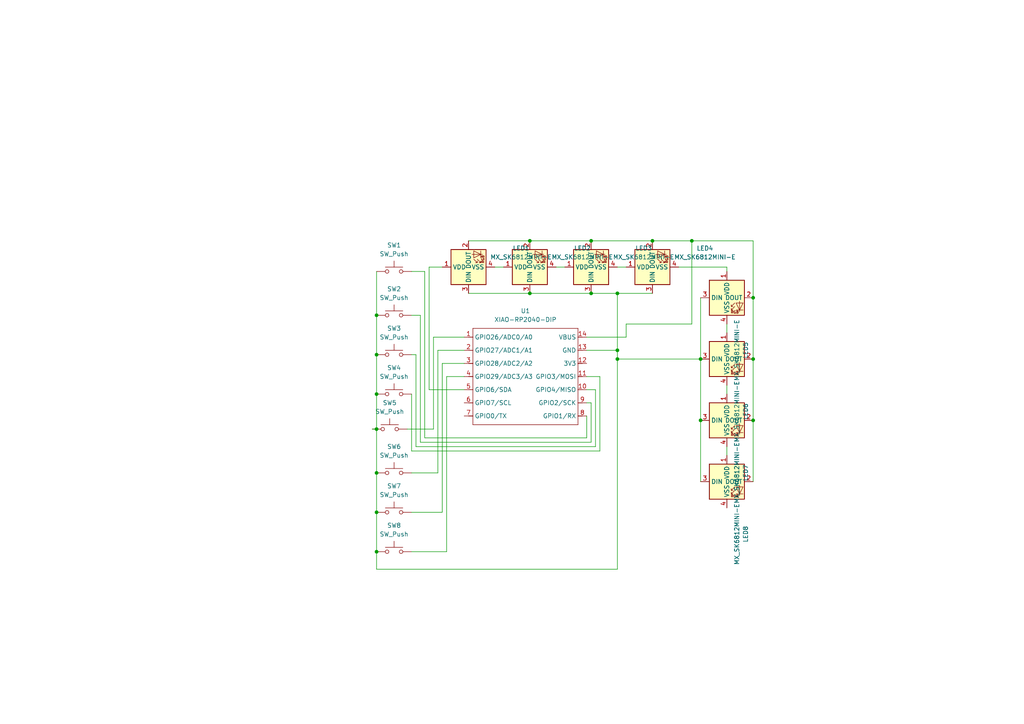
<source format=kicad_sch>
(kicad_sch
	(version 20250114)
	(generator "eeschema")
	(generator_version "9.0")
	(uuid "0a5b438b-848d-4cec-96f2-95cf0d46c7e4")
	(paper "A4")
	(lib_symbols
		(symbol "Seeed_Studio_XIAO_Series:XIAO-RP2040-DIP"
			(exclude_from_sim no)
			(in_bom yes)
			(on_board yes)
			(property "Reference" "U"
				(at 0 0 0)
				(effects
					(font
						(size 1.27 1.27)
					)
				)
			)
			(property "Value" "XIAO-RP2040-DIP"
				(at 5.334 -1.778 0)
				(effects
					(font
						(size 1.27 1.27)
					)
				)
			)
			(property "Footprint" "Module:MOUDLE14P-XIAO-DIP-SMD"
				(at 14.478 -32.258 0)
				(effects
					(font
						(size 1.27 1.27)
					)
					(hide yes)
				)
			)
			(property "Datasheet" ""
				(at 0 0 0)
				(effects
					(font
						(size 1.27 1.27)
					)
					(hide yes)
				)
			)
			(property "Description" ""
				(at 0 0 0)
				(effects
					(font
						(size 1.27 1.27)
					)
					(hide yes)
				)
			)
			(symbol "XIAO-RP2040-DIP_1_0"
				(polyline
					(pts
						(xy -1.27 -2.54) (xy 29.21 -2.54)
					)
					(stroke
						(width 0.1524)
						(type solid)
					)
					(fill
						(type none)
					)
				)
				(polyline
					(pts
						(xy -1.27 -5.08) (xy -2.54 -5.08)
					)
					(stroke
						(width 0.1524)
						(type solid)
					)
					(fill
						(type none)
					)
				)
				(polyline
					(pts
						(xy -1.27 -5.08) (xy -1.27 -2.54)
					)
					(stroke
						(width 0.1524)
						(type solid)
					)
					(fill
						(type none)
					)
				)
				(polyline
					(pts
						(xy -1.27 -8.89) (xy -2.54 -8.89)
					)
					(stroke
						(width 0.1524)
						(type solid)
					)
					(fill
						(type none)
					)
				)
				(polyline
					(pts
						(xy -1.27 -8.89) (xy -1.27 -5.08)
					)
					(stroke
						(width 0.1524)
						(type solid)
					)
					(fill
						(type none)
					)
				)
				(polyline
					(pts
						(xy -1.27 -12.7) (xy -2.54 -12.7)
					)
					(stroke
						(width 0.1524)
						(type solid)
					)
					(fill
						(type none)
					)
				)
				(polyline
					(pts
						(xy -1.27 -12.7) (xy -1.27 -8.89)
					)
					(stroke
						(width 0.1524)
						(type solid)
					)
					(fill
						(type none)
					)
				)
				(polyline
					(pts
						(xy -1.27 -16.51) (xy -2.54 -16.51)
					)
					(stroke
						(width 0.1524)
						(type solid)
					)
					(fill
						(type none)
					)
				)
				(polyline
					(pts
						(xy -1.27 -16.51) (xy -1.27 -12.7)
					)
					(stroke
						(width 0.1524)
						(type solid)
					)
					(fill
						(type none)
					)
				)
				(polyline
					(pts
						(xy -1.27 -20.32) (xy -2.54 -20.32)
					)
					(stroke
						(width 0.1524)
						(type solid)
					)
					(fill
						(type none)
					)
				)
				(polyline
					(pts
						(xy -1.27 -24.13) (xy -2.54 -24.13)
					)
					(stroke
						(width 0.1524)
						(type solid)
					)
					(fill
						(type none)
					)
				)
				(polyline
					(pts
						(xy -1.27 -27.94) (xy -2.54 -27.94)
					)
					(stroke
						(width 0.1524)
						(type solid)
					)
					(fill
						(type none)
					)
				)
				(polyline
					(pts
						(xy -1.27 -30.48) (xy -1.27 -16.51)
					)
					(stroke
						(width 0.1524)
						(type solid)
					)
					(fill
						(type none)
					)
				)
				(polyline
					(pts
						(xy 29.21 -2.54) (xy 29.21 -5.08)
					)
					(stroke
						(width 0.1524)
						(type solid)
					)
					(fill
						(type none)
					)
				)
				(polyline
					(pts
						(xy 29.21 -5.08) (xy 29.21 -8.89)
					)
					(stroke
						(width 0.1524)
						(type solid)
					)
					(fill
						(type none)
					)
				)
				(polyline
					(pts
						(xy 29.21 -8.89) (xy 29.21 -12.7)
					)
					(stroke
						(width 0.1524)
						(type solid)
					)
					(fill
						(type none)
					)
				)
				(polyline
					(pts
						(xy 29.21 -12.7) (xy 29.21 -30.48)
					)
					(stroke
						(width 0.1524)
						(type solid)
					)
					(fill
						(type none)
					)
				)
				(polyline
					(pts
						(xy 29.21 -30.48) (xy -1.27 -30.48)
					)
					(stroke
						(width 0.1524)
						(type solid)
					)
					(fill
						(type none)
					)
				)
				(polyline
					(pts
						(xy 30.48 -5.08) (xy 29.21 -5.08)
					)
					(stroke
						(width 0.1524)
						(type solid)
					)
					(fill
						(type none)
					)
				)
				(polyline
					(pts
						(xy 30.48 -8.89) (xy 29.21 -8.89)
					)
					(stroke
						(width 0.1524)
						(type solid)
					)
					(fill
						(type none)
					)
				)
				(polyline
					(pts
						(xy 30.48 -12.7) (xy 29.21 -12.7)
					)
					(stroke
						(width 0.1524)
						(type solid)
					)
					(fill
						(type none)
					)
				)
				(polyline
					(pts
						(xy 30.48 -16.51) (xy 29.21 -16.51)
					)
					(stroke
						(width 0.1524)
						(type solid)
					)
					(fill
						(type none)
					)
				)
				(polyline
					(pts
						(xy 30.48 -20.32) (xy 29.21 -20.32)
					)
					(stroke
						(width 0.1524)
						(type solid)
					)
					(fill
						(type none)
					)
				)
				(polyline
					(pts
						(xy 30.48 -24.13) (xy 29.21 -24.13)
					)
					(stroke
						(width 0.1524)
						(type solid)
					)
					(fill
						(type none)
					)
				)
				(polyline
					(pts
						(xy 30.48 -27.94) (xy 29.21 -27.94)
					)
					(stroke
						(width 0.1524)
						(type solid)
					)
					(fill
						(type none)
					)
				)
				(pin passive line
					(at -3.81 -5.08 0)
					(length 2.54)
					(name "GPIO26/ADC0/A0"
						(effects
							(font
								(size 1.27 1.27)
							)
						)
					)
					(number "1"
						(effects
							(font
								(size 1.27 1.27)
							)
						)
					)
				)
				(pin passive line
					(at -3.81 -8.89 0)
					(length 2.54)
					(name "GPIO27/ADC1/A1"
						(effects
							(font
								(size 1.27 1.27)
							)
						)
					)
					(number "2"
						(effects
							(font
								(size 1.27 1.27)
							)
						)
					)
				)
				(pin passive line
					(at -3.81 -12.7 0)
					(length 2.54)
					(name "GPIO28/ADC2/A2"
						(effects
							(font
								(size 1.27 1.27)
							)
						)
					)
					(number "3"
						(effects
							(font
								(size 1.27 1.27)
							)
						)
					)
				)
				(pin passive line
					(at -3.81 -16.51 0)
					(length 2.54)
					(name "GPIO29/ADC3/A3"
						(effects
							(font
								(size 1.27 1.27)
							)
						)
					)
					(number "4"
						(effects
							(font
								(size 1.27 1.27)
							)
						)
					)
				)
				(pin passive line
					(at -3.81 -20.32 0)
					(length 2.54)
					(name "GPIO6/SDA"
						(effects
							(font
								(size 1.27 1.27)
							)
						)
					)
					(number "5"
						(effects
							(font
								(size 1.27 1.27)
							)
						)
					)
				)
				(pin passive line
					(at -3.81 -24.13 0)
					(length 2.54)
					(name "GPIO7/SCL"
						(effects
							(font
								(size 1.27 1.27)
							)
						)
					)
					(number "6"
						(effects
							(font
								(size 1.27 1.27)
							)
						)
					)
				)
				(pin passive line
					(at -3.81 -27.94 0)
					(length 2.54)
					(name "GPIO0/TX"
						(effects
							(font
								(size 1.27 1.27)
							)
						)
					)
					(number "7"
						(effects
							(font
								(size 1.27 1.27)
							)
						)
					)
				)
				(pin passive line
					(at 31.75 -5.08 180)
					(length 2.54)
					(name "VBUS"
						(effects
							(font
								(size 1.27 1.27)
							)
						)
					)
					(number "14"
						(effects
							(font
								(size 1.27 1.27)
							)
						)
					)
				)
				(pin passive line
					(at 31.75 -8.89 180)
					(length 2.54)
					(name "GND"
						(effects
							(font
								(size 1.27 1.27)
							)
						)
					)
					(number "13"
						(effects
							(font
								(size 1.27 1.27)
							)
						)
					)
				)
				(pin passive line
					(at 31.75 -12.7 180)
					(length 2.54)
					(name "3V3"
						(effects
							(font
								(size 1.27 1.27)
							)
						)
					)
					(number "12"
						(effects
							(font
								(size 1.27 1.27)
							)
						)
					)
				)
				(pin passive line
					(at 31.75 -16.51 180)
					(length 2.54)
					(name "GPIO3/MOSI"
						(effects
							(font
								(size 1.27 1.27)
							)
						)
					)
					(number "11"
						(effects
							(font
								(size 1.27 1.27)
							)
						)
					)
				)
				(pin passive line
					(at 31.75 -20.32 180)
					(length 2.54)
					(name "GPIO4/MISO"
						(effects
							(font
								(size 1.27 1.27)
							)
						)
					)
					(number "10"
						(effects
							(font
								(size 1.27 1.27)
							)
						)
					)
				)
				(pin passive line
					(at 31.75 -24.13 180)
					(length 2.54)
					(name "GPIO2/SCK"
						(effects
							(font
								(size 1.27 1.27)
							)
						)
					)
					(number "9"
						(effects
							(font
								(size 1.27 1.27)
							)
						)
					)
				)
				(pin passive line
					(at 31.75 -27.94 180)
					(length 2.54)
					(name "GPIO1/RX"
						(effects
							(font
								(size 1.27 1.27)
							)
						)
					)
					(number "8"
						(effects
							(font
								(size 1.27 1.27)
							)
						)
					)
				)
			)
			(embedded_fonts no)
		)
		(symbol "Switch:SW_Push"
			(pin_numbers
				(hide yes)
			)
			(pin_names
				(offset 1.016)
				(hide yes)
			)
			(exclude_from_sim no)
			(in_bom yes)
			(on_board yes)
			(property "Reference" "SW"
				(at 1.27 2.54 0)
				(effects
					(font
						(size 1.27 1.27)
					)
					(justify left)
				)
			)
			(property "Value" "SW_Push"
				(at 0 -1.524 0)
				(effects
					(font
						(size 1.27 1.27)
					)
				)
			)
			(property "Footprint" ""
				(at 0 5.08 0)
				(effects
					(font
						(size 1.27 1.27)
					)
					(hide yes)
				)
			)
			(property "Datasheet" "~"
				(at 0 5.08 0)
				(effects
					(font
						(size 1.27 1.27)
					)
					(hide yes)
				)
			)
			(property "Description" "Push button switch, generic, two pins"
				(at 0 0 0)
				(effects
					(font
						(size 1.27 1.27)
					)
					(hide yes)
				)
			)
			(property "ki_keywords" "switch normally-open pushbutton push-button"
				(at 0 0 0)
				(effects
					(font
						(size 1.27 1.27)
					)
					(hide yes)
				)
			)
			(symbol "SW_Push_0_1"
				(circle
					(center -2.032 0)
					(radius 0.508)
					(stroke
						(width 0)
						(type default)
					)
					(fill
						(type none)
					)
				)
				(polyline
					(pts
						(xy 0 1.27) (xy 0 3.048)
					)
					(stroke
						(width 0)
						(type default)
					)
					(fill
						(type none)
					)
				)
				(circle
					(center 2.032 0)
					(radius 0.508)
					(stroke
						(width 0)
						(type default)
					)
					(fill
						(type none)
					)
				)
				(polyline
					(pts
						(xy 2.54 1.27) (xy -2.54 1.27)
					)
					(stroke
						(width 0)
						(type default)
					)
					(fill
						(type none)
					)
				)
				(pin passive line
					(at -5.08 0 0)
					(length 2.54)
					(name "1"
						(effects
							(font
								(size 1.27 1.27)
							)
						)
					)
					(number "1"
						(effects
							(font
								(size 1.27 1.27)
							)
						)
					)
				)
				(pin passive line
					(at 5.08 0 180)
					(length 2.54)
					(name "2"
						(effects
							(font
								(size 1.27 1.27)
							)
						)
					)
					(number "2"
						(effects
							(font
								(size 1.27 1.27)
							)
						)
					)
				)
			)
			(embedded_fonts no)
		)
		(symbol "marbastlib-mx:MX_SK6812MINI-E"
			(exclude_from_sim no)
			(in_bom yes)
			(on_board yes)
			(property "Reference" "LED"
				(at 3.175 6.35 0)
				(effects
					(font
						(size 1.27 1.27)
					)
				)
			)
			(property "Value" "MX_SK6812MINI-E"
				(at 10.16 -6.985 0)
				(effects
					(font
						(size 1.27 1.27)
					)
				)
			)
			(property "Footprint" "PCM_marbastlib-mx:LED_MX_6028R"
				(at 0 0 0)
				(effects
					(font
						(size 1.27 1.27)
					)
					(hide yes)
				)
			)
			(property "Datasheet" ""
				(at 0 0 0)
				(effects
					(font
						(size 1.27 1.27)
					)
					(hide yes)
				)
			)
			(property "Description" "Reverse mount adressable LED (WS2812 protocol)"
				(at 0 0 0)
				(effects
					(font
						(size 1.27 1.27)
					)
					(hide yes)
				)
			)
			(property "ki_keywords" "reverse mount led revmount rgb"
				(at 0 0 0)
				(effects
					(font
						(size 1.27 1.27)
					)
					(hide yes)
				)
			)
			(symbol "MX_SK6812MINI-E_0_0"
				(text "RGB"
					(at 2.286 -4.191 0)
					(effects
						(font
							(size 0.762 0.762)
						)
					)
				)
			)
			(symbol "MX_SK6812MINI-E_0_1"
				(rectangle
					(start -5.08 5.08)
					(end 5.08 -5.08)
					(stroke
						(width 0.254)
						(type default)
					)
					(fill
						(type background)
					)
				)
				(polyline
					(pts
						(xy 1.27 -2.54) (xy 1.778 -2.54)
					)
					(stroke
						(width 0)
						(type default)
					)
					(fill
						(type none)
					)
				)
				(polyline
					(pts
						(xy 1.27 -3.556) (xy 1.778 -3.556)
					)
					(stroke
						(width 0)
						(type default)
					)
					(fill
						(type none)
					)
				)
				(polyline
					(pts
						(xy 2.286 -1.524) (xy 1.27 -2.54) (xy 1.27 -2.032)
					)
					(stroke
						(width 0)
						(type default)
					)
					(fill
						(type none)
					)
				)
				(polyline
					(pts
						(xy 2.286 -2.54) (xy 1.27 -3.556) (xy 1.27 -3.048)
					)
					(stroke
						(width 0)
						(type default)
					)
					(fill
						(type none)
					)
				)
				(polyline
					(pts
						(xy 3.683 -1.016) (xy 3.683 -3.556) (xy 3.683 -4.064)
					)
					(stroke
						(width 0)
						(type default)
					)
					(fill
						(type none)
					)
				)
				(polyline
					(pts
						(xy 4.699 -1.524) (xy 2.667 -1.524) (xy 3.683 -3.556) (xy 4.699 -1.524)
					)
					(stroke
						(width 0)
						(type default)
					)
					(fill
						(type none)
					)
				)
				(polyline
					(pts
						(xy 4.699 -3.556) (xy 2.667 -3.556)
					)
					(stroke
						(width 0)
						(type default)
					)
					(fill
						(type none)
					)
				)
			)
			(symbol "MX_SK6812MINI-E_1_1"
				(pin input line
					(at -7.62 0 0)
					(length 2.54)
					(name "DIN"
						(effects
							(font
								(size 1.27 1.27)
							)
						)
					)
					(number "3"
						(effects
							(font
								(size 1.27 1.27)
							)
						)
					)
				)
				(pin power_in line
					(at 0 7.62 270)
					(length 2.54)
					(name "VDD"
						(effects
							(font
								(size 1.27 1.27)
							)
						)
					)
					(number "1"
						(effects
							(font
								(size 1.27 1.27)
							)
						)
					)
				)
				(pin power_in line
					(at 0 -7.62 90)
					(length 2.54)
					(name "VSS"
						(effects
							(font
								(size 1.27 1.27)
							)
						)
					)
					(number "4"
						(effects
							(font
								(size 1.27 1.27)
							)
						)
					)
				)
				(pin output line
					(at 7.62 0 180)
					(length 2.54)
					(name "DOUT"
						(effects
							(font
								(size 1.27 1.27)
							)
						)
					)
					(number "2"
						(effects
							(font
								(size 1.27 1.27)
							)
						)
					)
				)
			)
			(embedded_fonts no)
		)
	)
	(junction
		(at 203.2 104.14)
		(diameter 0)
		(color 0 0 0 0)
		(uuid "03a2d0b4-3496-464a-b51c-10a725fe1897")
	)
	(junction
		(at 179.07 101.6)
		(diameter 0)
		(color 0 0 0 0)
		(uuid "0d4c7d6b-5457-45d8-8713-e16069fee038")
	)
	(junction
		(at 109.22 91.44)
		(diameter 0)
		(color 0 0 0 0)
		(uuid "13c0de7e-2488-4e82-9f51-3b3896af3a44")
	)
	(junction
		(at 109.22 137.16)
		(diameter 0)
		(color 0 0 0 0)
		(uuid "2b590e10-d6cc-417f-92f1-e538768c3111")
	)
	(junction
		(at 218.44 86.36)
		(diameter 0)
		(color 0 0 0 0)
		(uuid "32a7a4c3-a255-410f-b2f9-8bf699881cde")
	)
	(junction
		(at 109.22 102.87)
		(diameter 0)
		(color 0 0 0 0)
		(uuid "3f01e6ca-3d93-4d5f-a47c-923691783e44")
	)
	(junction
		(at 218.44 104.14)
		(diameter 0)
		(color 0 0 0 0)
		(uuid "5377ead1-a34c-4e23-8eb2-5e3adb1004d7")
	)
	(junction
		(at 153.67 85.09)
		(diameter 0)
		(color 0 0 0 0)
		(uuid "5491f8e3-f426-48a3-89f1-f1160119b23a")
	)
	(junction
		(at 189.23 69.85)
		(diameter 0)
		(color 0 0 0 0)
		(uuid "7a680826-9fb3-4114-83f5-92e514a1fd4f")
	)
	(junction
		(at 109.22 148.59)
		(diameter 0)
		(color 0 0 0 0)
		(uuid "7b37fd41-a482-42d8-b00f-eb526a38c8cd")
	)
	(junction
		(at 218.44 121.92)
		(diameter 0)
		(color 0 0 0 0)
		(uuid "883d9b95-e662-4631-a28b-8aa502648fa9")
	)
	(junction
		(at 179.07 104.14)
		(diameter 0)
		(color 0 0 0 0)
		(uuid "8918b765-eaf2-4d2e-947b-172436645ed3")
	)
	(junction
		(at 109.22 124.46)
		(diameter 0)
		(color 0 0 0 0)
		(uuid "917a061b-9d39-443e-8061-924e2bf9caab")
	)
	(junction
		(at 109.22 160.02)
		(diameter 0)
		(color 0 0 0 0)
		(uuid "ad1e5268-4aa1-4194-8f30-a39b5ac60d0e")
	)
	(junction
		(at 153.67 69.85)
		(diameter 0)
		(color 0 0 0 0)
		(uuid "c5b4d0aa-f4c1-403e-a207-61f75612b475")
	)
	(junction
		(at 171.45 69.85)
		(diameter 0)
		(color 0 0 0 0)
		(uuid "d1b40ba0-29e7-4644-b00b-a7d9708e7de5")
	)
	(junction
		(at 171.45 85.09)
		(diameter 0)
		(color 0 0 0 0)
		(uuid "d585d323-efe8-43a6-920e-0e7308796d27")
	)
	(junction
		(at 200.66 69.85)
		(diameter 0)
		(color 0 0 0 0)
		(uuid "e7e58182-3a68-4c7b-b48b-2d0cf15809e0")
	)
	(junction
		(at 179.07 85.09)
		(diameter 0)
		(color 0 0 0 0)
		(uuid "f4f9053f-1f70-4db6-8495-5a06a2a6784e")
	)
	(junction
		(at 109.22 114.3)
		(diameter 0)
		(color 0 0 0 0)
		(uuid "fc6996a4-33ee-43b3-8e2f-cb547f935612")
	)
	(junction
		(at 203.2 121.92)
		(diameter 0)
		(color 0 0 0 0)
		(uuid "fd99c5a4-3a24-43b7-a248-85061002b74d")
	)
	(wire
		(pts
			(xy 179.07 85.09) (xy 179.07 101.6)
		)
		(stroke
			(width 0)
			(type default)
		)
		(uuid "006eed0c-e170-402d-afd7-921d005adb70")
	)
	(wire
		(pts
			(xy 119.38 91.44) (xy 121.92 91.44)
		)
		(stroke
			(width 0)
			(type default)
		)
		(uuid "0648e8bb-4de0-4af9-bf3e-72af348254a2")
	)
	(wire
		(pts
			(xy 218.44 104.14) (xy 218.44 121.92)
		)
		(stroke
			(width 0)
			(type default)
		)
		(uuid "0ef36a1e-1e85-4177-a00c-a7645719b2f6")
	)
	(wire
		(pts
			(xy 128.27 105.41) (xy 134.62 105.41)
		)
		(stroke
			(width 0)
			(type default)
		)
		(uuid "0f38d599-8059-47e4-a306-a754a4b40f9c")
	)
	(wire
		(pts
			(xy 203.2 86.36) (xy 203.2 104.14)
		)
		(stroke
			(width 0)
			(type default)
		)
		(uuid "103bf2f0-4c57-4551-9a6c-7de368701466")
	)
	(wire
		(pts
			(xy 109.22 165.1) (xy 179.07 165.1)
		)
		(stroke
			(width 0)
			(type default)
		)
		(uuid "1457c0bd-f83f-432d-97ca-97acd36a659b")
	)
	(wire
		(pts
			(xy 121.92 91.44) (xy 121.92 128.27)
		)
		(stroke
			(width 0)
			(type default)
		)
		(uuid "19ab0778-76ec-4a1a-836a-a613d16bc39e")
	)
	(wire
		(pts
			(xy 210.82 93.98) (xy 210.82 96.52)
		)
		(stroke
			(width 0)
			(type default)
		)
		(uuid "1fb61d9d-2a8f-4e33-b807-fe61a9073997")
	)
	(wire
		(pts
			(xy 210.82 129.54) (xy 210.82 132.08)
		)
		(stroke
			(width 0)
			(type default)
		)
		(uuid "1ff7716a-3f00-45cf-a2be-374fb09a1855")
	)
	(wire
		(pts
			(xy 171.45 116.84) (xy 170.18 116.84)
		)
		(stroke
			(width 0)
			(type default)
		)
		(uuid "2415edb8-1d77-4679-b94a-03dee6dfcfd6")
	)
	(wire
		(pts
			(xy 109.22 137.16) (xy 109.22 148.59)
		)
		(stroke
			(width 0)
			(type default)
		)
		(uuid "295c06e0-427b-456c-8b40-72dfce8fbbb7")
	)
	(wire
		(pts
			(xy 210.82 111.76) (xy 210.82 114.3)
		)
		(stroke
			(width 0)
			(type default)
		)
		(uuid "2a4f5ea3-7703-4d81-9326-321081cf4a15")
	)
	(wire
		(pts
			(xy 170.18 127) (xy 170.18 120.65)
		)
		(stroke
			(width 0)
			(type default)
		)
		(uuid "2dc34056-9352-4d20-925f-54f32d2798b6")
	)
	(wire
		(pts
			(xy 181.61 93.98) (xy 181.61 97.79)
		)
		(stroke
			(width 0)
			(type default)
		)
		(uuid "3378962f-c7bb-481e-a8de-94e29ebeb4d2")
	)
	(wire
		(pts
			(xy 200.66 69.85) (xy 218.44 69.85)
		)
		(stroke
			(width 0)
			(type default)
		)
		(uuid "35cfe5e1-789b-4597-974b-b8b2bbf6338c")
	)
	(wire
		(pts
			(xy 109.22 148.59) (xy 109.22 160.02)
		)
		(stroke
			(width 0)
			(type default)
		)
		(uuid "360689d2-4ef4-4564-b310-fc669092934a")
	)
	(wire
		(pts
			(xy 119.38 78.74) (xy 123.19 78.74)
		)
		(stroke
			(width 0)
			(type default)
		)
		(uuid "3854e954-e1ed-4381-bb73-bde0a811976f")
	)
	(wire
		(pts
			(xy 172.72 113.03) (xy 170.18 113.03)
		)
		(stroke
			(width 0)
			(type default)
		)
		(uuid "390eaaee-2d52-4883-bc79-7bde52955b95")
	)
	(wire
		(pts
			(xy 161.29 77.47) (xy 163.83 77.47)
		)
		(stroke
			(width 0)
			(type default)
		)
		(uuid "3aba1211-fb2c-493d-8f4f-720cc639ffd8")
	)
	(wire
		(pts
			(xy 181.61 93.98) (xy 200.66 93.98)
		)
		(stroke
			(width 0)
			(type default)
		)
		(uuid "3bf0703a-70c6-43c8-9203-cbc341817606")
	)
	(wire
		(pts
			(xy 109.22 114.3) (xy 109.22 124.46)
		)
		(stroke
			(width 0)
			(type default)
		)
		(uuid "3e14427b-4cf5-4ef3-a606-b12cdea8b6b5")
	)
	(wire
		(pts
			(xy 171.45 128.27) (xy 171.45 116.84)
		)
		(stroke
			(width 0)
			(type default)
		)
		(uuid "3ffa455b-9205-42e2-9e28-1c8116fd5e8e")
	)
	(wire
		(pts
			(xy 109.22 124.46) (xy 109.22 137.16)
		)
		(stroke
			(width 0)
			(type default)
		)
		(uuid "454babde-6f79-49b1-b628-a155af22eac2")
	)
	(wire
		(pts
			(xy 179.07 104.14) (xy 203.2 104.14)
		)
		(stroke
			(width 0)
			(type default)
		)
		(uuid "4b5b7ee5-aad3-4e88-8c6f-506c395499a5")
	)
	(wire
		(pts
			(xy 153.67 85.09) (xy 171.45 85.09)
		)
		(stroke
			(width 0)
			(type default)
		)
		(uuid "4c83a4cc-5c79-4387-a472-d7a6dcbf0236")
	)
	(wire
		(pts
			(xy 120.65 129.54) (xy 172.72 129.54)
		)
		(stroke
			(width 0)
			(type default)
		)
		(uuid "4eadd995-3654-4927-852b-52c919414e2d")
	)
	(wire
		(pts
			(xy 179.07 85.09) (xy 189.23 85.09)
		)
		(stroke
			(width 0)
			(type default)
		)
		(uuid "52c6a7bc-fa7d-4d9d-9baa-f99d71649aea")
	)
	(wire
		(pts
			(xy 123.19 78.74) (xy 123.19 127)
		)
		(stroke
			(width 0)
			(type default)
		)
		(uuid "52e0d68b-9e54-4b5f-aa4a-803cc2fe40e4")
	)
	(wire
		(pts
			(xy 170.18 97.79) (xy 181.61 97.79)
		)
		(stroke
			(width 0)
			(type default)
		)
		(uuid "548519db-2d6e-45a7-b305-3b903e3253bc")
	)
	(wire
		(pts
			(xy 119.38 137.16) (xy 127 137.16)
		)
		(stroke
			(width 0)
			(type default)
		)
		(uuid "56e53f86-0534-45df-8fd0-030007aedef6")
	)
	(wire
		(pts
			(xy 173.99 109.22) (xy 170.18 109.22)
		)
		(stroke
			(width 0)
			(type default)
		)
		(uuid "5f751818-3b7a-4ec8-9e67-aa097f76d79b")
	)
	(wire
		(pts
			(xy 125.73 97.79) (xy 134.62 97.79)
		)
		(stroke
			(width 0)
			(type default)
		)
		(uuid "625d2aec-e921-4a4d-9b6d-1ba39c1e0d54")
	)
	(wire
		(pts
			(xy 179.07 104.14) (xy 179.07 101.6)
		)
		(stroke
			(width 0)
			(type default)
		)
		(uuid "636f4ff3-91f3-40dc-95a3-55696e0bca88")
	)
	(wire
		(pts
			(xy 109.22 102.87) (xy 109.22 114.3)
		)
		(stroke
			(width 0)
			(type default)
		)
		(uuid "6456dc12-6f1d-4327-8ea2-735a42caf43d")
	)
	(wire
		(pts
			(xy 203.2 104.14) (xy 203.2 121.92)
		)
		(stroke
			(width 0)
			(type default)
		)
		(uuid "741585b5-7274-4c8e-966e-ef3a1441cb2b")
	)
	(wire
		(pts
			(xy 143.51 77.47) (xy 146.05 77.47)
		)
		(stroke
			(width 0)
			(type default)
		)
		(uuid "74d47ea8-ddcc-4ff2-8701-89959471047a")
	)
	(wire
		(pts
			(xy 203.2 121.92) (xy 203.2 139.7)
		)
		(stroke
			(width 0)
			(type default)
		)
		(uuid "74eec118-d9b4-41cf-9cd8-6966942040b6")
	)
	(wire
		(pts
			(xy 196.85 77.47) (xy 210.82 77.47)
		)
		(stroke
			(width 0)
			(type default)
		)
		(uuid "793965e8-7f2e-4460-ad8d-426a8904edbf")
	)
	(wire
		(pts
			(xy 129.54 109.22) (xy 134.62 109.22)
		)
		(stroke
			(width 0)
			(type default)
		)
		(uuid "7e0986e9-e5a2-4008-a3ad-d15b38451500")
	)
	(wire
		(pts
			(xy 179.07 77.47) (xy 181.61 77.47)
		)
		(stroke
			(width 0)
			(type default)
		)
		(uuid "84c79e37-379e-4569-afc9-522a570af5c4")
	)
	(wire
		(pts
			(xy 218.44 121.92) (xy 218.44 139.7)
		)
		(stroke
			(width 0)
			(type default)
		)
		(uuid "872bbaed-813a-49bd-8de9-a716638f6459")
	)
	(wire
		(pts
			(xy 173.99 130.81) (xy 173.99 109.22)
		)
		(stroke
			(width 0)
			(type default)
		)
		(uuid "87d53e69-160b-4838-96fd-38635d00f454")
	)
	(wire
		(pts
			(xy 123.19 127) (xy 170.18 127)
		)
		(stroke
			(width 0)
			(type default)
		)
		(uuid "88b91464-c295-47f7-970f-f938a6d5642d")
	)
	(wire
		(pts
			(xy 119.38 148.59) (xy 128.27 148.59)
		)
		(stroke
			(width 0)
			(type default)
		)
		(uuid "8bfb2099-b8cf-4ad9-8c99-c07c430b59bb")
	)
	(wire
		(pts
			(xy 118.11 124.46) (xy 125.73 124.46)
		)
		(stroke
			(width 0)
			(type default)
		)
		(uuid "90517cd8-4e22-47b5-8e99-a048e89d1c1f")
	)
	(wire
		(pts
			(xy 124.46 77.47) (xy 128.27 77.47)
		)
		(stroke
			(width 0)
			(type default)
		)
		(uuid "94cf42c9-c9d0-494b-9f99-2f17501b0a90")
	)
	(wire
		(pts
			(xy 129.54 160.02) (xy 129.54 109.22)
		)
		(stroke
			(width 0)
			(type default)
		)
		(uuid "95142072-a981-4532-b97b-33d7372a89ca")
	)
	(wire
		(pts
			(xy 119.38 102.87) (xy 120.65 102.87)
		)
		(stroke
			(width 0)
			(type default)
		)
		(uuid "97f288a6-1913-40e7-953f-f8b907f90d15")
	)
	(wire
		(pts
			(xy 109.22 78.74) (xy 109.22 91.44)
		)
		(stroke
			(width 0)
			(type default)
		)
		(uuid "98d467c7-e339-46f4-85ec-d5f4e7e78387")
	)
	(wire
		(pts
			(xy 170.18 101.6) (xy 179.07 101.6)
		)
		(stroke
			(width 0)
			(type default)
		)
		(uuid "9aa78605-4c3f-44c7-8323-61f2b9078338")
	)
	(wire
		(pts
			(xy 189.23 69.85) (xy 200.66 69.85)
		)
		(stroke
			(width 0)
			(type default)
		)
		(uuid "9caa72e8-51bb-4bb5-9dc2-079c2d7566b3")
	)
	(wire
		(pts
			(xy 124.46 113.03) (xy 134.62 113.03)
		)
		(stroke
			(width 0)
			(type default)
		)
		(uuid "9e6198e8-35c5-40c3-bfb6-285619442cf3")
	)
	(wire
		(pts
			(xy 127 101.6) (xy 134.62 101.6)
		)
		(stroke
			(width 0)
			(type default)
		)
		(uuid "aaa1a8ca-26a7-42d8-9c59-8de48f57a95d")
	)
	(wire
		(pts
			(xy 128.27 148.59) (xy 128.27 105.41)
		)
		(stroke
			(width 0)
			(type default)
		)
		(uuid "aaa8e178-6df7-41b7-850b-ad3458bad3e8")
	)
	(wire
		(pts
			(xy 109.22 91.44) (xy 109.22 102.87)
		)
		(stroke
			(width 0)
			(type default)
		)
		(uuid "aea3a565-fa37-434a-80f1-0fc77e72a510")
	)
	(wire
		(pts
			(xy 124.46 113.03) (xy 124.46 77.47)
		)
		(stroke
			(width 0)
			(type default)
		)
		(uuid "be5c4f72-64eb-4f6b-baba-da508e982232")
	)
	(wire
		(pts
			(xy 119.38 130.81) (xy 173.99 130.81)
		)
		(stroke
			(width 0)
			(type default)
		)
		(uuid "c2194c0b-09bb-4d91-8e69-f83426c66a55")
	)
	(wire
		(pts
			(xy 125.73 124.46) (xy 125.73 97.79)
		)
		(stroke
			(width 0)
			(type default)
		)
		(uuid "d1bee45f-1452-460b-9e52-713c0dc7050b")
	)
	(wire
		(pts
			(xy 135.89 85.09) (xy 153.67 85.09)
		)
		(stroke
			(width 0)
			(type default)
		)
		(uuid "d251817d-48e7-4e5e-94d7-fce3da807b1e")
	)
	(wire
		(pts
			(xy 218.44 69.85) (xy 218.44 86.36)
		)
		(stroke
			(width 0)
			(type default)
		)
		(uuid "d404f6b8-5125-4421-99c5-2212f700ffec")
	)
	(wire
		(pts
			(xy 153.67 69.85) (xy 171.45 69.85)
		)
		(stroke
			(width 0)
			(type default)
		)
		(uuid "d516d835-7f56-4245-ae89-f70d07a43e18")
	)
	(wire
		(pts
			(xy 172.72 129.54) (xy 172.72 113.03)
		)
		(stroke
			(width 0)
			(type default)
		)
		(uuid "d7529999-5978-420f-8db4-b8463a1678ab")
	)
	(wire
		(pts
			(xy 121.92 128.27) (xy 171.45 128.27)
		)
		(stroke
			(width 0)
			(type default)
		)
		(uuid "de55d705-a3f0-4f30-9d97-07c2ab2e11fc")
	)
	(wire
		(pts
			(xy 109.22 160.02) (xy 109.22 165.1)
		)
		(stroke
			(width 0)
			(type default)
		)
		(uuid "e1abde36-0962-4583-b2eb-560acfbeab84")
	)
	(wire
		(pts
			(xy 127 137.16) (xy 127 101.6)
		)
		(stroke
			(width 0)
			(type default)
		)
		(uuid "e5b862c4-6aaf-40b8-b54f-d8be91740e74")
	)
	(wire
		(pts
			(xy 135.89 69.85) (xy 153.67 69.85)
		)
		(stroke
			(width 0)
			(type default)
		)
		(uuid "e92f0520-6829-4df4-95cf-d324cbf55c83")
	)
	(wire
		(pts
			(xy 171.45 69.85) (xy 189.23 69.85)
		)
		(stroke
			(width 0)
			(type default)
		)
		(uuid "ea1ee1c1-b27f-4ba0-bb0a-f5ae2031a7b5")
	)
	(wire
		(pts
			(xy 218.44 86.36) (xy 218.44 104.14)
		)
		(stroke
			(width 0)
			(type default)
		)
		(uuid "ed98dcc9-866a-41cf-af95-77a5e12cd21e")
	)
	(wire
		(pts
			(xy 179.07 165.1) (xy 179.07 104.14)
		)
		(stroke
			(width 0)
			(type default)
		)
		(uuid "ee88ceda-2381-49a6-9ad1-281717035701")
	)
	(wire
		(pts
			(xy 210.82 77.47) (xy 210.82 78.74)
		)
		(stroke
			(width 0)
			(type default)
		)
		(uuid "f3162549-efb1-4696-afc0-573a2700b8a4")
	)
	(wire
		(pts
			(xy 107.95 124.46) (xy 109.22 124.46)
		)
		(stroke
			(width 0)
			(type default)
		)
		(uuid "f6bd01a9-4a28-4549-8b35-774fe475ad86")
	)
	(wire
		(pts
			(xy 171.45 85.09) (xy 179.07 85.09)
		)
		(stroke
			(width 0)
			(type default)
		)
		(uuid "f7e40cbf-bb5c-4680-9709-1372d60f5e76")
	)
	(wire
		(pts
			(xy 200.66 69.85) (xy 200.66 93.98)
		)
		(stroke
			(width 0)
			(type default)
		)
		(uuid "fa79d094-28cd-4d77-a26e-d27d72bc0637")
	)
	(wire
		(pts
			(xy 120.65 102.87) (xy 120.65 129.54)
		)
		(stroke
			(width 0)
			(type default)
		)
		(uuid "ff228545-80ba-45ee-96ea-eed4219f8dd9")
	)
	(wire
		(pts
			(xy 119.38 160.02) (xy 129.54 160.02)
		)
		(stroke
			(width 0)
			(type default)
		)
		(uuid "ff2fcdee-86b2-4d69-bf27-41f92aed6a1f")
	)
	(wire
		(pts
			(xy 119.38 114.3) (xy 119.38 130.81)
		)
		(stroke
			(width 0)
			(type default)
		)
		(uuid "ff3dddce-d355-4127-94eb-f89abefd899c")
	)
	(symbol
		(lib_id "marbastlib-mx:MX_SK6812MINI-E")
		(at 153.67 77.47 90)
		(unit 1)
		(exclude_from_sim no)
		(in_bom yes)
		(on_board yes)
		(dnp no)
		(fields_autoplaced yes)
		(uuid "0d173aab-1542-4596-801c-d021b1c0adb8")
		(property "Reference" "LED2"
			(at 168.91 72.0246 90)
			(effects
				(font
					(size 1.27 1.27)
				)
			)
		)
		(property "Value" "MX_SK6812MINI-E"
			(at 168.91 74.5646 90)
			(effects
				(font
					(size 1.27 1.27)
				)
			)
		)
		(property "Footprint" "marbastlib-mx:LED_MX_6028R"
			(at 153.67 77.47 0)
			(effects
				(font
					(size 1.27 1.27)
				)
				(hide yes)
			)
		)
		(property "Datasheet" ""
			(at 153.67 77.47 0)
			(effects
				(font
					(size 1.27 1.27)
				)
				(hide yes)
			)
		)
		(property "Description" "Reverse mount adressable LED (WS2812 protocol)"
			(at 153.67 77.47 0)
			(effects
				(font
					(size 1.27 1.27)
				)
				(hide yes)
			)
		)
		(pin "2"
			(uuid "9553373a-80d2-464d-bcfa-bc4a86ae9d2e")
		)
		(pin "4"
			(uuid "1990e49d-17e8-42c4-bbb7-130ef9e0b264")
		)
		(pin "3"
			(uuid "86708e43-114a-4134-bc1b-51cede12346e")
		)
		(pin "1"
			(uuid "9153860f-89a0-4eed-afb6-cee272e3b7b9")
		)
		(instances
			(project ""
				(path "/0a5b438b-848d-4cec-96f2-95cf0d46c7e4"
					(reference "LED2")
					(unit 1)
				)
			)
		)
	)
	(symbol
		(lib_id "Switch:SW_Push")
		(at 114.3 91.44 0)
		(unit 1)
		(exclude_from_sim no)
		(in_bom yes)
		(on_board yes)
		(dnp no)
		(fields_autoplaced yes)
		(uuid "18d229e7-63c9-43e0-b0d5-5e72e6aceff8")
		(property "Reference" "SW2"
			(at 114.3 83.82 0)
			(effects
				(font
					(size 1.27 1.27)
				)
			)
		)
		(property "Value" "SW_Push"
			(at 114.3 86.36 0)
			(effects
				(font
					(size 1.27 1.27)
				)
			)
		)
		(property "Footprint" "Button_Switch_Keyboard:SW_Cherry_MX_1.00u_PCB"
			(at 114.3 86.36 0)
			(effects
				(font
					(size 1.27 1.27)
				)
				(hide yes)
			)
		)
		(property "Datasheet" "~"
			(at 114.3 86.36 0)
			(effects
				(font
					(size 1.27 1.27)
				)
				(hide yes)
			)
		)
		(property "Description" "Push button switch, generic, two pins"
			(at 114.3 91.44 0)
			(effects
				(font
					(size 1.27 1.27)
				)
				(hide yes)
			)
		)
		(pin "1"
			(uuid "e5b22b16-1b48-4ca9-836a-12298ceabb1d")
		)
		(pin "2"
			(uuid "656e2ccc-0a5d-4411-8f45-31561b20743b")
		)
		(instances
			(project ""
				(path "/0a5b438b-848d-4cec-96f2-95cf0d46c7e4"
					(reference "SW2")
					(unit 1)
				)
			)
		)
	)
	(symbol
		(lib_id "Switch:SW_Push")
		(at 114.3 78.74 0)
		(unit 1)
		(exclude_from_sim no)
		(in_bom yes)
		(on_board yes)
		(dnp no)
		(fields_autoplaced yes)
		(uuid "1d6c8832-87cc-46b1-af0e-1b72803237c3")
		(property "Reference" "SW1"
			(at 114.3 71.12 0)
			(effects
				(font
					(size 1.27 1.27)
				)
			)
		)
		(property "Value" "SW_Push"
			(at 114.3 73.66 0)
			(effects
				(font
					(size 1.27 1.27)
				)
			)
		)
		(property "Footprint" "Button_Switch_Keyboard:SW_Cherry_MX_1.00u_PCB"
			(at 114.3 73.66 0)
			(effects
				(font
					(size 1.27 1.27)
				)
				(hide yes)
			)
		)
		(property "Datasheet" "~"
			(at 114.3 73.66 0)
			(effects
				(font
					(size 1.27 1.27)
				)
				(hide yes)
			)
		)
		(property "Description" "Push button switch, generic, two pins"
			(at 114.3 78.74 0)
			(effects
				(font
					(size 1.27 1.27)
				)
				(hide yes)
			)
		)
		(pin "1"
			(uuid "90b54915-3277-45b1-93ac-02149a518f17")
		)
		(pin "2"
			(uuid "95c61daf-1e84-43e1-ad58-c3abd42ba8d2")
		)
		(instances
			(project "macropad"
				(path "/0a5b438b-848d-4cec-96f2-95cf0d46c7e4"
					(reference "SW1")
					(unit 1)
				)
			)
		)
	)
	(symbol
		(lib_id "marbastlib-mx:MX_SK6812MINI-E")
		(at 210.82 121.92 0)
		(unit 1)
		(exclude_from_sim no)
		(in_bom yes)
		(on_board yes)
		(dnp no)
		(fields_autoplaced yes)
		(uuid "24d7f801-b218-4cf7-b2b7-4e17cee1d26b")
		(property "Reference" "LED7"
			(at 216.2654 137.16 90)
			(effects
				(font
					(size 1.27 1.27)
				)
			)
		)
		(property "Value" "MX_SK6812MINI-E"
			(at 213.7254 137.16 90)
			(effects
				(font
					(size 1.27 1.27)
				)
			)
		)
		(property "Footprint" "marbastlib-mx:LED_MX_6028R"
			(at 210.82 121.92 0)
			(effects
				(font
					(size 1.27 1.27)
				)
				(hide yes)
			)
		)
		(property "Datasheet" ""
			(at 210.82 121.92 0)
			(effects
				(font
					(size 1.27 1.27)
				)
				(hide yes)
			)
		)
		(property "Description" "Reverse mount adressable LED (WS2812 protocol)"
			(at 210.82 121.92 0)
			(effects
				(font
					(size 1.27 1.27)
				)
				(hide yes)
			)
		)
		(pin "1"
			(uuid "1b8dc7dd-23b9-4bc9-a1c8-32e04d582a3d")
		)
		(pin "4"
			(uuid "dfc12778-8648-4d43-9d7e-60bc2e587c4b")
		)
		(pin "2"
			(uuid "79c1b5d5-f872-4d11-b0a6-cf6bc69db2b2")
		)
		(pin "3"
			(uuid "679d4f35-c7b6-4e17-83c4-0363162719c9")
		)
		(instances
			(project "macropad"
				(path "/0a5b438b-848d-4cec-96f2-95cf0d46c7e4"
					(reference "LED7")
					(unit 1)
				)
			)
		)
	)
	(symbol
		(lib_id "Switch:SW_Push")
		(at 114.3 137.16 0)
		(unit 1)
		(exclude_from_sim no)
		(in_bom yes)
		(on_board yes)
		(dnp no)
		(fields_autoplaced yes)
		(uuid "26301b48-16c3-4f84-9260-fb9b02931dd4")
		(property "Reference" "SW6"
			(at 114.3 129.54 0)
			(effects
				(font
					(size 1.27 1.27)
				)
			)
		)
		(property "Value" "SW_Push"
			(at 114.3 132.08 0)
			(effects
				(font
					(size 1.27 1.27)
				)
			)
		)
		(property "Footprint" "Button_Switch_Keyboard:SW_Cherry_MX_1.00u_PCB"
			(at 114.3 132.08 0)
			(effects
				(font
					(size 1.27 1.27)
				)
				(hide yes)
			)
		)
		(property "Datasheet" "~"
			(at 114.3 132.08 0)
			(effects
				(font
					(size 1.27 1.27)
				)
				(hide yes)
			)
		)
		(property "Description" "Push button switch, generic, two pins"
			(at 114.3 137.16 0)
			(effects
				(font
					(size 1.27 1.27)
				)
				(hide yes)
			)
		)
		(pin "1"
			(uuid "c78c024e-bb54-4886-880e-ddcbccab3ee6")
		)
		(pin "2"
			(uuid "31e84d56-abde-4a2a-b9b6-803425da73b4")
		)
		(instances
			(project "macropad"
				(path "/0a5b438b-848d-4cec-96f2-95cf0d46c7e4"
					(reference "SW6")
					(unit 1)
				)
			)
		)
	)
	(symbol
		(lib_id "Seeed_Studio_XIAO_Series:XIAO-RP2040-DIP")
		(at 138.43 92.71 0)
		(unit 1)
		(exclude_from_sim no)
		(in_bom yes)
		(on_board yes)
		(dnp no)
		(fields_autoplaced yes)
		(uuid "33a427fe-7d17-48d3-afad-f02e4290b31e")
		(property "Reference" "U1"
			(at 152.4 90.17 0)
			(effects
				(font
					(size 1.27 1.27)
				)
			)
		)
		(property "Value" "XIAO-RP2040-DIP"
			(at 152.4 92.71 0)
			(effects
				(font
					(size 1.27 1.27)
				)
			)
		)
		(property "Footprint" "XIAO_PCB:XIAO-RP2040-DIP"
			(at 152.908 124.968 0)
			(effects
				(font
					(size 1.27 1.27)
				)
				(hide yes)
			)
		)
		(property "Datasheet" ""
			(at 138.43 92.71 0)
			(effects
				(font
					(size 1.27 1.27)
				)
				(hide yes)
			)
		)
		(property "Description" ""
			(at 138.43 92.71 0)
			(effects
				(font
					(size 1.27 1.27)
				)
				(hide yes)
			)
		)
		(pin "9"
			(uuid "115b8906-b596-4716-b53c-ca26e8929bd4")
		)
		(pin "13"
			(uuid "656b47d9-5c9c-4d8a-b1a3-755698fc82d5")
		)
		(pin "12"
			(uuid "75d8a1c3-d2f5-4908-a1b8-509059436b8b")
		)
		(pin "14"
			(uuid "7490c07d-c9e2-40da-bffe-3a65d234965a")
		)
		(pin "2"
			(uuid "daf99fdb-86b2-42e8-9079-d3047b65f692")
		)
		(pin "5"
			(uuid "504ab839-ef0d-48a2-a7ca-bc881f43457b")
		)
		(pin "11"
			(uuid "7b2dfdb4-4c62-417c-a2db-adb65b77b97c")
		)
		(pin "3"
			(uuid "b436782b-5e50-4d0e-bd5d-4972253a3747")
		)
		(pin "4"
			(uuid "f453089c-b95d-427d-bb3e-a2f985522a70")
		)
		(pin "10"
			(uuid "794a45a2-d0d7-4667-aefa-13afc411b9dc")
		)
		(pin "8"
			(uuid "8c7c7113-6002-4fa4-8088-e2df0384b0a3")
		)
		(pin "7"
			(uuid "28436a6e-4b02-4aa4-8284-cae223df3e84")
		)
		(pin "1"
			(uuid "c5f8a00b-b71b-4bb5-9163-607bb08a0c96")
		)
		(pin "6"
			(uuid "d9aa71b8-91d0-4e2e-87a5-0b4edf995461")
		)
		(instances
			(project ""
				(path "/0a5b438b-848d-4cec-96f2-95cf0d46c7e4"
					(reference "U1")
					(unit 1)
				)
			)
		)
	)
	(symbol
		(lib_id "marbastlib-mx:MX_SK6812MINI-E")
		(at 210.82 104.14 0)
		(unit 1)
		(exclude_from_sim no)
		(in_bom yes)
		(on_board yes)
		(dnp no)
		(fields_autoplaced yes)
		(uuid "35553a84-d02f-4472-b2b5-d9a5e9b6ae9e")
		(property "Reference" "LED6"
			(at 216.2654 119.38 90)
			(effects
				(font
					(size 1.27 1.27)
				)
			)
		)
		(property "Value" "MX_SK6812MINI-E"
			(at 213.7254 119.38 90)
			(effects
				(font
					(size 1.27 1.27)
				)
			)
		)
		(property "Footprint" "marbastlib-mx:LED_MX_6028R"
			(at 210.82 104.14 0)
			(effects
				(font
					(size 1.27 1.27)
				)
				(hide yes)
			)
		)
		(property "Datasheet" ""
			(at 210.82 104.14 0)
			(effects
				(font
					(size 1.27 1.27)
				)
				(hide yes)
			)
		)
		(property "Description" "Reverse mount adressable LED (WS2812 protocol)"
			(at 210.82 104.14 0)
			(effects
				(font
					(size 1.27 1.27)
				)
				(hide yes)
			)
		)
		(pin "2"
			(uuid "cd1b7faf-ef71-4b61-ad7c-f4ae00b2d36a")
		)
		(pin "4"
			(uuid "ce7bbc5c-4fa5-4bff-9b8d-4913192df618")
		)
		(pin "3"
			(uuid "4e802db7-c603-4225-9903-8ed1b896de84")
		)
		(pin "1"
			(uuid "406dd882-9adb-41bb-a321-14fed15ccabf")
		)
		(instances
			(project "macropad"
				(path "/0a5b438b-848d-4cec-96f2-95cf0d46c7e4"
					(reference "LED6")
					(unit 1)
				)
			)
		)
	)
	(symbol
		(lib_id "marbastlib-mx:MX_SK6812MINI-E")
		(at 171.45 77.47 90)
		(unit 1)
		(exclude_from_sim no)
		(in_bom yes)
		(on_board yes)
		(dnp no)
		(fields_autoplaced yes)
		(uuid "39b9d23b-4245-4d62-82e3-7b9dfcb56fce")
		(property "Reference" "LED3"
			(at 186.69 72.0246 90)
			(effects
				(font
					(size 1.27 1.27)
				)
			)
		)
		(property "Value" "MX_SK6812MINI-E"
			(at 186.69 74.5646 90)
			(effects
				(font
					(size 1.27 1.27)
				)
			)
		)
		(property "Footprint" "marbastlib-mx:LED_MX_6028R"
			(at 171.45 77.47 0)
			(effects
				(font
					(size 1.27 1.27)
				)
				(hide yes)
			)
		)
		(property "Datasheet" ""
			(at 171.45 77.47 0)
			(effects
				(font
					(size 1.27 1.27)
				)
				(hide yes)
			)
		)
		(property "Description" "Reverse mount adressable LED (WS2812 protocol)"
			(at 171.45 77.47 0)
			(effects
				(font
					(size 1.27 1.27)
				)
				(hide yes)
			)
		)
		(pin "1"
			(uuid "7959161f-cf27-43f6-a3f1-7bffea71fcd5")
		)
		(pin "4"
			(uuid "ed8a78fd-7ff0-4688-9f95-fdb5a790131e")
		)
		(pin "2"
			(uuid "a9868768-201b-4aa8-a790-ca3220507481")
		)
		(pin "3"
			(uuid "12811018-55e9-497d-99dd-645b9dbc0563")
		)
		(instances
			(project ""
				(path "/0a5b438b-848d-4cec-96f2-95cf0d46c7e4"
					(reference "LED3")
					(unit 1)
				)
			)
		)
	)
	(symbol
		(lib_id "Switch:SW_Push")
		(at 114.3 148.59 0)
		(unit 1)
		(exclude_from_sim no)
		(in_bom yes)
		(on_board yes)
		(dnp no)
		(fields_autoplaced yes)
		(uuid "6dee0c69-bb45-4547-a4f4-9f1539fb1d76")
		(property "Reference" "SW7"
			(at 114.3 140.97 0)
			(effects
				(font
					(size 1.27 1.27)
				)
			)
		)
		(property "Value" "SW_Push"
			(at 114.3 143.51 0)
			(effects
				(font
					(size 1.27 1.27)
				)
			)
		)
		(property "Footprint" "Button_Switch_Keyboard:SW_Cherry_MX_1.00u_PCB"
			(at 114.3 143.51 0)
			(effects
				(font
					(size 1.27 1.27)
				)
				(hide yes)
			)
		)
		(property "Datasheet" "~"
			(at 114.3 143.51 0)
			(effects
				(font
					(size 1.27 1.27)
				)
				(hide yes)
			)
		)
		(property "Description" "Push button switch, generic, two pins"
			(at 114.3 148.59 0)
			(effects
				(font
					(size 1.27 1.27)
				)
				(hide yes)
			)
		)
		(pin "1"
			(uuid "6efbd08e-e7b1-47d4-8c57-d2c0a2a7c317")
		)
		(pin "2"
			(uuid "c2ff75ed-a669-4766-a1b8-5ecc8abe990b")
		)
		(instances
			(project "macropad"
				(path "/0a5b438b-848d-4cec-96f2-95cf0d46c7e4"
					(reference "SW7")
					(unit 1)
				)
			)
		)
	)
	(symbol
		(lib_id "marbastlib-mx:MX_SK6812MINI-E")
		(at 210.82 86.36 0)
		(unit 1)
		(exclude_from_sim no)
		(in_bom yes)
		(on_board yes)
		(dnp no)
		(fields_autoplaced yes)
		(uuid "7842ae78-b5f8-4b95-8a0f-8e7e24bb3318")
		(property "Reference" "LED5"
			(at 216.2654 101.6 90)
			(effects
				(font
					(size 1.27 1.27)
				)
			)
		)
		(property "Value" "MX_SK6812MINI-E"
			(at 213.7254 101.6 90)
			(effects
				(font
					(size 1.27 1.27)
				)
			)
		)
		(property "Footprint" "marbastlib-mx:LED_MX_6028R"
			(at 210.82 86.36 0)
			(effects
				(font
					(size 1.27 1.27)
				)
				(hide yes)
			)
		)
		(property "Datasheet" ""
			(at 210.82 86.36 0)
			(effects
				(font
					(size 1.27 1.27)
				)
				(hide yes)
			)
		)
		(property "Description" "Reverse mount adressable LED (WS2812 protocol)"
			(at 210.82 86.36 0)
			(effects
				(font
					(size 1.27 1.27)
				)
				(hide yes)
			)
		)
		(pin "3"
			(uuid "ea33219e-3d6c-4b4d-8b4c-5dd3ad31e554")
		)
		(pin "4"
			(uuid "5eaab6de-105e-4b0d-864c-a2bef2ca7420")
		)
		(pin "1"
			(uuid "835b1727-0c3b-40f6-a773-bfc9a4e9d050")
		)
		(pin "2"
			(uuid "c913cb50-ea9e-4074-96fe-c871be724242")
		)
		(instances
			(project "macropad"
				(path "/0a5b438b-848d-4cec-96f2-95cf0d46c7e4"
					(reference "LED5")
					(unit 1)
				)
			)
		)
	)
	(symbol
		(lib_id "marbastlib-mx:MX_SK6812MINI-E")
		(at 135.89 77.47 90)
		(unit 1)
		(exclude_from_sim no)
		(in_bom yes)
		(on_board yes)
		(dnp no)
		(fields_autoplaced yes)
		(uuid "94b933e2-cdfb-48dd-8ac7-52eaa6c3813e")
		(property "Reference" "LED1"
			(at 151.13 72.0246 90)
			(effects
				(font
					(size 1.27 1.27)
				)
			)
		)
		(property "Value" "MX_SK6812MINI-E"
			(at 151.13 74.5646 90)
			(effects
				(font
					(size 1.27 1.27)
				)
			)
		)
		(property "Footprint" "marbastlib-mx:LED_MX_6028R"
			(at 135.89 77.47 0)
			(effects
				(font
					(size 1.27 1.27)
				)
				(hide yes)
			)
		)
		(property "Datasheet" ""
			(at 135.89 77.47 0)
			(effects
				(font
					(size 1.27 1.27)
				)
				(hide yes)
			)
		)
		(property "Description" "Reverse mount adressable LED (WS2812 protocol)"
			(at 135.89 77.47 0)
			(effects
				(font
					(size 1.27 1.27)
				)
				(hide yes)
			)
		)
		(pin "3"
			(uuid "4f81d7d0-e5ab-4eae-a42b-6b76dc898ce3")
		)
		(pin "4"
			(uuid "b7d3a832-89ff-4fb3-bdab-2c0ccfd76a8d")
		)
		(pin "1"
			(uuid "6e6d0f9c-9379-48a9-9c46-5c693296a3a3")
		)
		(pin "2"
			(uuid "ddad8454-7877-472d-aaf0-3b00357b275b")
		)
		(instances
			(project ""
				(path "/0a5b438b-848d-4cec-96f2-95cf0d46c7e4"
					(reference "LED1")
					(unit 1)
				)
			)
		)
	)
	(symbol
		(lib_id "Switch:SW_Push")
		(at 114.3 160.02 0)
		(unit 1)
		(exclude_from_sim no)
		(in_bom yes)
		(on_board yes)
		(dnp no)
		(fields_autoplaced yes)
		(uuid "b02be5ac-a30f-4056-ba6c-4b1ba46169cb")
		(property "Reference" "SW8"
			(at 114.3 152.4 0)
			(effects
				(font
					(size 1.27 1.27)
				)
			)
		)
		(property "Value" "SW_Push"
			(at 114.3 154.94 0)
			(effects
				(font
					(size 1.27 1.27)
				)
			)
		)
		(property "Footprint" "Button_Switch_Keyboard:SW_Cherry_MX_1.00u_PCB"
			(at 114.3 154.94 0)
			(effects
				(font
					(size 1.27 1.27)
				)
				(hide yes)
			)
		)
		(property "Datasheet" "~"
			(at 114.3 154.94 0)
			(effects
				(font
					(size 1.27 1.27)
				)
				(hide yes)
			)
		)
		(property "Description" "Push button switch, generic, two pins"
			(at 114.3 160.02 0)
			(effects
				(font
					(size 1.27 1.27)
				)
				(hide yes)
			)
		)
		(pin "1"
			(uuid "825a3224-2c88-4845-b5ff-80bba21d0dec")
		)
		(pin "2"
			(uuid "4cac555a-8227-476c-9fda-3587d1e00137")
		)
		(instances
			(project "macropad"
				(path "/0a5b438b-848d-4cec-96f2-95cf0d46c7e4"
					(reference "SW8")
					(unit 1)
				)
			)
		)
	)
	(symbol
		(lib_id "marbastlib-mx:MX_SK6812MINI-E")
		(at 210.82 139.7 0)
		(unit 1)
		(exclude_from_sim no)
		(in_bom yes)
		(on_board yes)
		(dnp no)
		(fields_autoplaced yes)
		(uuid "c1e0323c-a833-4afa-96aa-02bc3b60c9b4")
		(property "Reference" "LED8"
			(at 216.2654 154.94 90)
			(effects
				(font
					(size 1.27 1.27)
				)
			)
		)
		(property "Value" "MX_SK6812MINI-E"
			(at 213.7254 154.94 90)
			(effects
				(font
					(size 1.27 1.27)
				)
			)
		)
		(property "Footprint" "marbastlib-mx:LED_MX_6028R"
			(at 210.82 139.7 0)
			(effects
				(font
					(size 1.27 1.27)
				)
				(hide yes)
			)
		)
		(property "Datasheet" ""
			(at 210.82 139.7 0)
			(effects
				(font
					(size 1.27 1.27)
				)
				(hide yes)
			)
		)
		(property "Description" "Reverse mount adressable LED (WS2812 protocol)"
			(at 210.82 139.7 0)
			(effects
				(font
					(size 1.27 1.27)
				)
				(hide yes)
			)
		)
		(pin "2"
			(uuid "57d0f020-bf0e-4f22-909d-a59dac509696")
		)
		(pin "1"
			(uuid "abb598a8-693e-4ea2-8295-ddedf986e8a1")
		)
		(pin "3"
			(uuid "211cbc82-eb74-4dbc-afec-9a6db57b455f")
		)
		(pin "4"
			(uuid "c244a93a-9449-43f2-b217-a8ff986b0c56")
		)
		(instances
			(project "macropad"
				(path "/0a5b438b-848d-4cec-96f2-95cf0d46c7e4"
					(reference "LED8")
					(unit 1)
				)
			)
		)
	)
	(symbol
		(lib_id "Switch:SW_Push")
		(at 113.03 124.46 0)
		(unit 1)
		(exclude_from_sim no)
		(in_bom yes)
		(on_board yes)
		(dnp no)
		(fields_autoplaced yes)
		(uuid "d018ece1-fc5c-4dec-bb2f-2d003e8e6f26")
		(property "Reference" "SW5"
			(at 113.03 116.84 0)
			(effects
				(font
					(size 1.27 1.27)
				)
			)
		)
		(property "Value" "SW_Push"
			(at 113.03 119.38 0)
			(effects
				(font
					(size 1.27 1.27)
				)
			)
		)
		(property "Footprint" "Button_Switch_Keyboard:SW_Cherry_MX_1.00u_PCB"
			(at 113.03 119.38 0)
			(effects
				(font
					(size 1.27 1.27)
				)
				(hide yes)
			)
		)
		(property "Datasheet" "~"
			(at 113.03 119.38 0)
			(effects
				(font
					(size 1.27 1.27)
				)
				(hide yes)
			)
		)
		(property "Description" "Push button switch, generic, two pins"
			(at 113.03 124.46 0)
			(effects
				(font
					(size 1.27 1.27)
				)
				(hide yes)
			)
		)
		(pin "1"
			(uuid "f5638a11-577a-4779-911a-a258c09b30fc")
		)
		(pin "2"
			(uuid "a4516edf-80a4-48ec-9275-eded5d24019a")
		)
		(instances
			(project "macropad"
				(path "/0a5b438b-848d-4cec-96f2-95cf0d46c7e4"
					(reference "SW5")
					(unit 1)
				)
			)
		)
	)
	(symbol
		(lib_id "Switch:SW_Push")
		(at 114.3 102.87 0)
		(unit 1)
		(exclude_from_sim no)
		(in_bom yes)
		(on_board yes)
		(dnp no)
		(fields_autoplaced yes)
		(uuid "e6a8dfbe-fa49-4629-bff1-befcb8a8a40b")
		(property "Reference" "SW3"
			(at 114.3 95.25 0)
			(effects
				(font
					(size 1.27 1.27)
				)
			)
		)
		(property "Value" "SW_Push"
			(at 114.3 97.79 0)
			(effects
				(font
					(size 1.27 1.27)
				)
			)
		)
		(property "Footprint" "Button_Switch_Keyboard:SW_Cherry_MX_1.00u_PCB"
			(at 114.3 97.79 0)
			(effects
				(font
					(size 1.27 1.27)
				)
				(hide yes)
			)
		)
		(property "Datasheet" "~"
			(at 114.3 97.79 0)
			(effects
				(font
					(size 1.27 1.27)
				)
				(hide yes)
			)
		)
		(property "Description" "Push button switch, generic, two pins"
			(at 114.3 102.87 0)
			(effects
				(font
					(size 1.27 1.27)
				)
				(hide yes)
			)
		)
		(pin "1"
			(uuid "8ad69974-5983-4ef2-8e47-bc06311addd7")
		)
		(pin "2"
			(uuid "e8eb2b41-0063-4fb4-8862-6fdca8799b08")
		)
		(instances
			(project "macropad"
				(path "/0a5b438b-848d-4cec-96f2-95cf0d46c7e4"
					(reference "SW3")
					(unit 1)
				)
			)
		)
	)
	(symbol
		(lib_id "marbastlib-mx:MX_SK6812MINI-E")
		(at 189.23 77.47 90)
		(unit 1)
		(exclude_from_sim no)
		(in_bom yes)
		(on_board yes)
		(dnp no)
		(fields_autoplaced yes)
		(uuid "fc87c92c-6e4e-46a3-b8cb-55d18fb02240")
		(property "Reference" "LED4"
			(at 204.47 72.0246 90)
			(effects
				(font
					(size 1.27 1.27)
				)
			)
		)
		(property "Value" "MX_SK6812MINI-E"
			(at 204.47 74.5646 90)
			(effects
				(font
					(size 1.27 1.27)
				)
			)
		)
		(property "Footprint" "marbastlib-mx:LED_MX_6028R"
			(at 189.23 77.47 0)
			(effects
				(font
					(size 1.27 1.27)
				)
				(hide yes)
			)
		)
		(property "Datasheet" ""
			(at 189.23 77.47 0)
			(effects
				(font
					(size 1.27 1.27)
				)
				(hide yes)
			)
		)
		(property "Description" "Reverse mount adressable LED (WS2812 protocol)"
			(at 189.23 77.47 0)
			(effects
				(font
					(size 1.27 1.27)
				)
				(hide yes)
			)
		)
		(pin "2"
			(uuid "2d7a1c6b-c47f-4828-8c97-ef34dbc5f768")
		)
		(pin "1"
			(uuid "ee21378c-7e22-4744-b690-4f824766129a")
		)
		(pin "3"
			(uuid "4b147016-cfca-47e8-9dc9-49a246453d79")
		)
		(pin "4"
			(uuid "efc256b2-7836-4aa6-9e09-46ed8735b3b8")
		)
		(instances
			(project ""
				(path "/0a5b438b-848d-4cec-96f2-95cf0d46c7e4"
					(reference "LED4")
					(unit 1)
				)
			)
		)
	)
	(symbol
		(lib_id "Switch:SW_Push")
		(at 114.3 114.3 0)
		(unit 1)
		(exclude_from_sim no)
		(in_bom yes)
		(on_board yes)
		(dnp no)
		(fields_autoplaced yes)
		(uuid "ff4a05fb-94e4-4c39-93d4-7673b69f6797")
		(property "Reference" "SW4"
			(at 114.3 106.68 0)
			(effects
				(font
					(size 1.27 1.27)
				)
			)
		)
		(property "Value" "SW_Push"
			(at 114.3 109.22 0)
			(effects
				(font
					(size 1.27 1.27)
				)
			)
		)
		(property "Footprint" "Button_Switch_Keyboard:SW_Cherry_MX_1.00u_PCB"
			(at 114.3 109.22 0)
			(effects
				(font
					(size 1.27 1.27)
				)
				(hide yes)
			)
		)
		(property "Datasheet" "~"
			(at 114.3 109.22 0)
			(effects
				(font
					(size 1.27 1.27)
				)
				(hide yes)
			)
		)
		(property "Description" "Push button switch, generic, two pins"
			(at 114.3 114.3 0)
			(effects
				(font
					(size 1.27 1.27)
				)
				(hide yes)
			)
		)
		(pin "1"
			(uuid "fffb0bb4-d224-4bc4-a45a-b83f13621b87")
		)
		(pin "2"
			(uuid "2f7b0719-4d45-4d11-b8c0-290940ddad4c")
		)
		(instances
			(project "macropad"
				(path "/0a5b438b-848d-4cec-96f2-95cf0d46c7e4"
					(reference "SW4")
					(unit 1)
				)
			)
		)
	)
	(sheet_instances
		(path "/"
			(page "1")
		)
	)
	(embedded_fonts no)
)

</source>
